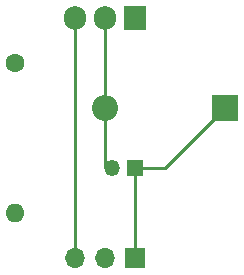
<source format=gbr>
%TF.GenerationSoftware,KiCad,Pcbnew,7.0.1*%
%TF.CreationDate,2023-04-05T13:19:19-06:00*%
%TF.ProjectId,solenoid_driver,736f6c65-6e6f-4696-945f-647269766572,rev?*%
%TF.SameCoordinates,Original*%
%TF.FileFunction,Copper,L1,Top*%
%TF.FilePolarity,Positive*%
%FSLAX46Y46*%
G04 Gerber Fmt 4.6, Leading zero omitted, Abs format (unit mm)*
G04 Created by KiCad (PCBNEW 7.0.1) date 2023-04-05 13:19:19*
%MOMM*%
%LPD*%
G01*
G04 APERTURE LIST*
%TA.AperFunction,ComponentPad*%
%ADD10R,1.350000X1.350000*%
%TD*%
%TA.AperFunction,ComponentPad*%
%ADD11O,1.350000X1.350000*%
%TD*%
%TA.AperFunction,ComponentPad*%
%ADD12C,1.600000*%
%TD*%
%TA.AperFunction,ComponentPad*%
%ADD13O,1.600000X1.600000*%
%TD*%
%TA.AperFunction,ComponentPad*%
%ADD14R,1.905000X2.000000*%
%TD*%
%TA.AperFunction,ComponentPad*%
%ADD15O,1.905000X2.000000*%
%TD*%
%TA.AperFunction,ComponentPad*%
%ADD16R,1.700000X1.700000*%
%TD*%
%TA.AperFunction,ComponentPad*%
%ADD17O,1.700000X1.700000*%
%TD*%
%TA.AperFunction,ComponentPad*%
%ADD18R,2.200000X2.200000*%
%TD*%
%TA.AperFunction,ComponentPad*%
%ADD19O,2.200000X2.200000*%
%TD*%
%TA.AperFunction,Conductor*%
%ADD20C,0.250000*%
%TD*%
G04 APERTURE END LIST*
D10*
%TO.P,J2,1,Pin_1*%
%TO.N,Net-(D1-K)*%
X149860000Y-91440000D03*
D11*
%TO.P,J2,2,Pin_2*%
%TO.N,Net-(D1-A)*%
X147860000Y-91440000D03*
%TD*%
D12*
%TO.P,R1,1*%
%TO.N,Net-(Q1-B)*%
X139700000Y-82550000D03*
D13*
%TO.P,R1,2*%
%TO.N,Net-(J1-Pin_2)*%
X139700000Y-95250000D03*
%TD*%
D14*
%TO.P,Q1,1,B*%
%TO.N,Net-(Q1-B)*%
X149860000Y-78740000D03*
D15*
%TO.P,Q1,2,C*%
%TO.N,Net-(D1-A)*%
X147320000Y-78740000D03*
%TO.P,Q1,3,E*%
%TO.N,Net-(J1-Pin_3)*%
X144780000Y-78740000D03*
%TD*%
D16*
%TO.P,J1,1,Pin_1*%
%TO.N,Net-(D1-K)*%
X149860000Y-99060000D03*
D17*
%TO.P,J1,2,Pin_2*%
%TO.N,Net-(J1-Pin_2)*%
X147320000Y-99060000D03*
%TO.P,J1,3,Pin_3*%
%TO.N,Net-(J1-Pin_3)*%
X144780000Y-99060000D03*
%TD*%
D18*
%TO.P,D1,1,K*%
%TO.N,Net-(D1-K)*%
X157480000Y-86360000D03*
D19*
%TO.P,D1,2,A*%
%TO.N,Net-(D1-A)*%
X147320000Y-86360000D03*
%TD*%
D20*
%TO.N,Net-(J1-Pin_3)*%
X144780000Y-78740000D02*
X144780000Y-99060000D01*
%TO.N,Net-(D1-K)*%
X149860000Y-91440000D02*
X149860000Y-99060000D01*
%TO.N,Net-(D1-A)*%
X147320000Y-86360000D02*
X147320000Y-78740000D01*
X147320000Y-91440000D02*
X147320000Y-86360000D01*
%TO.N,Net-(D1-K)*%
X149860000Y-91440000D02*
X152400000Y-91440000D01*
X152400000Y-91440000D02*
X157480000Y-86360000D01*
%TD*%
M02*

</source>
